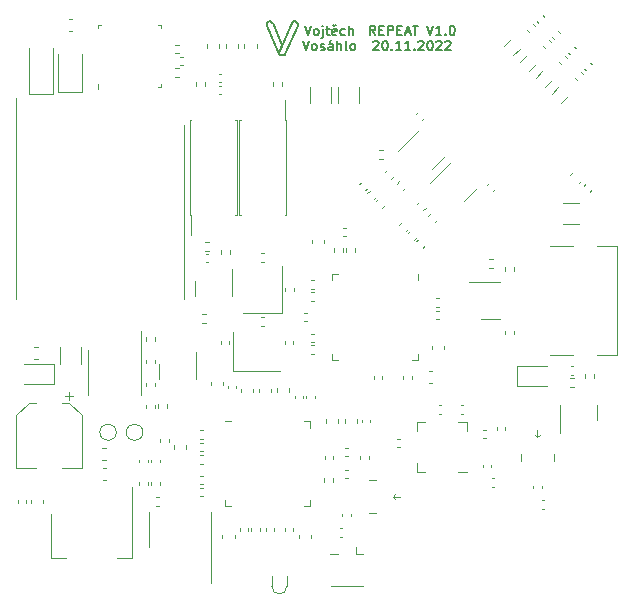
<source format=gbr>
%TF.GenerationSoftware,KiCad,Pcbnew,(6.0.9)*%
%TF.CreationDate,2022-11-20T21:59:21+01:00*%
%TF.ProjectId,repeat-hw,72657065-6174-42d6-9877-2e6b69636164,rev?*%
%TF.SameCoordinates,Original*%
%TF.FileFunction,Legend,Top*%
%TF.FilePolarity,Positive*%
%FSLAX46Y46*%
G04 Gerber Fmt 4.6, Leading zero omitted, Abs format (unit mm)*
G04 Created by KiCad (PCBNEW (6.0.9)) date 2022-11-20 21:59:21*
%MOMM*%
%LPD*%
G01*
G04 APERTURE LIST*
%ADD10C,0.172200*%
%ADD11C,0.098115*%
%ADD12C,0.150000*%
%ADD13C,0.120000*%
%ADD14C,0.100000*%
G04 APERTURE END LIST*
D10*
X152452649Y-81110222D02*
X152448406Y-81121945D01*
X152747883Y-80949678D02*
X152738660Y-80947950D01*
X152871605Y-81013162D02*
X152864523Y-81006861D01*
X153647322Y-83828423D02*
X153656216Y-83831710D01*
D11*
X155059728Y-81152014D02*
X155060337Y-81155081D01*
X152444719Y-81133837D02*
X152448397Y-81121919D01*
X152609262Y-80959126D02*
X152615537Y-80957003D01*
D10*
X153574049Y-83784797D02*
X153581477Y-83790849D01*
D11*
X153840661Y-83832798D02*
X153840661Y-83832798D01*
D10*
X153522964Y-83726274D02*
X153528453Y-83734538D01*
X153927185Y-83783775D02*
X153936581Y-83775312D01*
X155060918Y-81158201D02*
X155058394Y-81145955D01*
D11*
X152590584Y-80966512D02*
X152590584Y-80966512D01*
X154808356Y-80944326D02*
X154808355Y-80944327D01*
X153589103Y-83796564D02*
X153574049Y-83784753D01*
X154765997Y-80947184D02*
X154770652Y-80946528D01*
X153954189Y-83756880D02*
X153954189Y-83756880D01*
D10*
X153683156Y-83835147D02*
X153677131Y-83833250D01*
X153689198Y-83836890D02*
X153683156Y-83835147D01*
X153730770Y-83845996D02*
X153740374Y-83846226D01*
D11*
X155012894Y-81048255D02*
X155016150Y-81052680D01*
X155065018Y-81198750D02*
X155065068Y-81201909D01*
D10*
X152590593Y-80966538D02*
X152578438Y-80972249D01*
D11*
X154640324Y-81002789D02*
X154644010Y-80999836D01*
D10*
X154884470Y-80957032D02*
X154871862Y-80953290D01*
D11*
X152621832Y-80955049D02*
X152628145Y-80953261D01*
D10*
X154585330Y-81064831D02*
X154578570Y-81076112D01*
X154783137Y-80945221D02*
X154770649Y-80946558D01*
X154566613Y-81099988D02*
X153519800Y-83481286D01*
D11*
X155064188Y-81225694D02*
X155063745Y-81230465D01*
D10*
X155064190Y-81183065D02*
X155062853Y-81170578D01*
X153779534Y-83845417D02*
X153792021Y-83844079D01*
D11*
X154994080Y-81025977D02*
X154996242Y-81028290D01*
D10*
X153514706Y-83493712D02*
X153510292Y-83506240D01*
D11*
X153896890Y-83806086D02*
X153896890Y-83806086D01*
D10*
X152933394Y-81099987D02*
X152929162Y-81090831D01*
X152691657Y-80944369D02*
X152685316Y-80944543D01*
D11*
X154833764Y-80945983D02*
X154833764Y-80945983D01*
D10*
X153984102Y-83714526D02*
X153990348Y-83702804D01*
D11*
X154588897Y-81059329D02*
X154591651Y-81055298D01*
X152489494Y-81045148D02*
X152497459Y-81035387D01*
X154930406Y-80976847D02*
X154934732Y-80979273D01*
X152603010Y-80961417D02*
X152609262Y-80959126D01*
D10*
X153503472Y-83531515D02*
X153501050Y-83544220D01*
D11*
X154617080Y-81024260D02*
X154617080Y-81024260D01*
D10*
X154985133Y-81017009D02*
X154975697Y-81008407D01*
D11*
X154975693Y-81008366D02*
X154978097Y-81010477D01*
X154600306Y-81043592D02*
X154600306Y-81043592D01*
X153750000Y-83846057D02*
X153730760Y-83845953D01*
D10*
X152555436Y-80985255D02*
X152544603Y-80992508D01*
D11*
X153805943Y-83841818D02*
X153801322Y-83842641D01*
X154982819Y-81014780D02*
X154985134Y-81016970D01*
X154636687Y-81005812D02*
X154640324Y-81002789D01*
D10*
X152448406Y-81121945D02*
X152444728Y-81133863D01*
X152440816Y-81259126D02*
X152443894Y-81271793D01*
D11*
X155065078Y-81205072D02*
X155065047Y-81208237D01*
D10*
X153875152Y-83818446D02*
X153886162Y-83812559D01*
D11*
X152801221Y-80966815D02*
X152818028Y-80975039D01*
X152462787Y-81087420D02*
X152468675Y-81076411D01*
X154897001Y-80961408D02*
X154897001Y-80961408D01*
D10*
X155042872Y-81309351D02*
X155042872Y-81309351D01*
D11*
X155052585Y-81124856D02*
X155053523Y-81127831D01*
D10*
X153498138Y-83569659D02*
X153497633Y-83582351D01*
D11*
X153863885Y-83823744D02*
X153861030Y-83824996D01*
D10*
X153840655Y-83832836D02*
X153852377Y-83828593D01*
D11*
X155030943Y-81075713D02*
X155033599Y-81080488D01*
D10*
X155037220Y-81087447D02*
X155031332Y-81076438D01*
X153754312Y-83846265D02*
X153766957Y-83846148D01*
X153501753Y-83632437D02*
X153504277Y-83644683D01*
X154733934Y-80954123D02*
X154722016Y-80957801D01*
X152457449Y-81098715D02*
X152452649Y-81110222D01*
D11*
X152457440Y-81098689D02*
X152462787Y-81087420D01*
X155061707Y-81162782D02*
X155062420Y-81167427D01*
X155059191Y-81259079D02*
X155058115Y-81263835D01*
X155064927Y-81195595D02*
X155064927Y-81195595D01*
X152534220Y-81000205D02*
X152544594Y-80992481D01*
D10*
X154955413Y-80992510D02*
X154944581Y-80985258D01*
D11*
X153546532Y-83757689D02*
X153534219Y-83742495D01*
X155064869Y-81214577D02*
X155064723Y-81217751D01*
D10*
X152792618Y-80963189D02*
X152783885Y-80959850D01*
D11*
X154647746Y-80996955D02*
X154651528Y-80994146D01*
X155064977Y-81211406D02*
X155064869Y-81214577D01*
X153884800Y-83813272D02*
X153880691Y-83815518D01*
D10*
X152436619Y-81233698D02*
X152438394Y-81246421D01*
X153497750Y-83594996D02*
X153498481Y-83607573D01*
X155063397Y-81233696D02*
X155064533Y-81220979D01*
X152801226Y-80966841D02*
X152792618Y-80963189D01*
X153659178Y-83826624D02*
X153653242Y-83824100D01*
D11*
X155063745Y-81230465D02*
X155063212Y-81235237D01*
X153912412Y-83795484D02*
X153908599Y-83798243D01*
X153945587Y-83766315D02*
X153943372Y-83768598D01*
D10*
X153728903Y-83844623D02*
X153741620Y-83845759D01*
D11*
X154606395Y-81036120D02*
X154608479Y-81033689D01*
X154808356Y-80944326D02*
X154808356Y-80944326D01*
D10*
X154635486Y-81006862D02*
X154626090Y-81015326D01*
D11*
X154912497Y-80967871D02*
X154915549Y-80969285D01*
D10*
X154909424Y-80966540D02*
X154909424Y-80966540D01*
X153629920Y-83820887D02*
X153638554Y-83824814D01*
D11*
X155054426Y-81130817D02*
X155055293Y-81133814D01*
D10*
X153525451Y-83703191D02*
X153531339Y-83714200D01*
D11*
X152514875Y-81016981D02*
X152524310Y-81008378D01*
X154996242Y-81028290D02*
X154998374Y-81030627D01*
X155002544Y-81035372D02*
X155002544Y-81035372D01*
X152440807Y-81259099D02*
X152438385Y-81246394D01*
X154958052Y-80994347D02*
X154960659Y-80996263D01*
X152436610Y-81233672D02*
X152435474Y-81220955D01*
D10*
X154965788Y-81000233D02*
X154955413Y-80992510D01*
X153907319Y-83799197D02*
X153917424Y-83791740D01*
X152457144Y-81309354D02*
X152457144Y-81309354D01*
X153665227Y-83834672D02*
X153674344Y-83837305D01*
D11*
X155054331Y-81278056D02*
X155052883Y-81282778D01*
X153503953Y-83690609D02*
X153503953Y-83690609D01*
X154965787Y-81000181D02*
X154965787Y-81000181D01*
X153919895Y-83789751D02*
X153916177Y-83792653D01*
X154773764Y-80946135D02*
X154776880Y-80945778D01*
X155038604Y-81090194D02*
X155040951Y-81095120D01*
X154875025Y-80954121D02*
X154879755Y-80955508D01*
D10*
X152809700Y-80970801D02*
X152801226Y-80966841D01*
D11*
X152439089Y-81158175D02*
X152441613Y-81145930D01*
D10*
X152497468Y-81035413D02*
X152489503Y-81045175D01*
D11*
X153776401Y-83845615D02*
X153773259Y-83845819D01*
X155062420Y-81167427D02*
X155063050Y-81172087D01*
X154943195Y-80984339D02*
X154947333Y-80986977D01*
X154884475Y-80956989D02*
X154887615Y-80958030D01*
D10*
X154821051Y-80944879D02*
X154808359Y-80944373D01*
D11*
X153792028Y-83844037D02*
X153792028Y-83844037D01*
D10*
X153546531Y-83757733D02*
X153553063Y-83764920D01*
D11*
X155047363Y-81110174D02*
X155047363Y-81110174D01*
X153938867Y-83773075D02*
X153936578Y-83775267D01*
X153711686Y-83844434D02*
X153692854Y-83841527D01*
X155049701Y-81292189D02*
X155047967Y-81296875D01*
D10*
X152659886Y-80946818D02*
X152653526Y-80947786D01*
X152447636Y-81284401D02*
X152452050Y-81296928D01*
X154846490Y-80947790D02*
X154833768Y-80946015D01*
D11*
X155042867Y-81309309D02*
X153996063Y-83690605D01*
X154789411Y-80944735D02*
X154792558Y-80944571D01*
X154608479Y-81033689D02*
X154610590Y-81031288D01*
X153785796Y-83844781D02*
X153782671Y-83845096D01*
X153896890Y-83806086D02*
X153892901Y-83808555D01*
D10*
X153945590Y-83766359D02*
X153954193Y-83756923D01*
D11*
X152468675Y-81076411D02*
X152475094Y-81065681D01*
D10*
X153678201Y-83833606D02*
X153690809Y-83837347D01*
D11*
X154623798Y-81017493D02*
X154626088Y-81015299D01*
X153988838Y-83705732D02*
X153984911Y-83713042D01*
X154989667Y-81021424D02*
X154991888Y-81023688D01*
D10*
X153519793Y-83481284D02*
X153519793Y-83481284D01*
D11*
X153952078Y-83759284D02*
X153949941Y-83761658D01*
X154572327Y-81087807D02*
X154573839Y-81084836D01*
D10*
X152653526Y-80947786D02*
X152647170Y-80948916D01*
D11*
X153931928Y-83779561D02*
X153929567Y-83781662D01*
X152666238Y-80945984D02*
X152672599Y-80945336D01*
X154597356Y-81047429D02*
X154600306Y-81043592D01*
X154851260Y-80948582D02*
X154856024Y-80949505D01*
X153638549Y-83824769D02*
X153621428Y-83816601D01*
D10*
X153515298Y-83680416D02*
X153511055Y-83668693D01*
D11*
X155016150Y-81052680D02*
X155019308Y-81057168D01*
X154830584Y-80945638D02*
X154833764Y-80945983D01*
X154870285Y-80952828D02*
X154875025Y-80954121D01*
D10*
X153766957Y-83846148D02*
X153779534Y-83845417D01*
D11*
X154651528Y-80994146D02*
X154655357Y-80991409D01*
D10*
X152438394Y-81246421D02*
X152440816Y-81259126D01*
D11*
X155064927Y-81195595D02*
X155065018Y-81198750D01*
X152924631Y-81081891D02*
X152933400Y-81099960D01*
D10*
X153750011Y-83846099D02*
X153743932Y-83845834D01*
D11*
X155028185Y-81070992D02*
X155030943Y-81075713D01*
D10*
X153534216Y-83742539D02*
X153540245Y-83750271D01*
X153498481Y-83607573D02*
X153499818Y-83620060D01*
X152435826Y-81183067D02*
X152435094Y-81195644D01*
X154795714Y-80944490D02*
X154783137Y-80945221D01*
D11*
X153876543Y-83817689D02*
X153872359Y-83819784D01*
X154960659Y-80996263D02*
X154963237Y-80998208D01*
X152441613Y-81145930D02*
X152444719Y-81133837D01*
D10*
X152524319Y-81008405D02*
X152514884Y-81017007D01*
D11*
X154973260Y-81006279D02*
X154975693Y-81008366D01*
X152678956Y-80944847D02*
X152685306Y-80944516D01*
D10*
X154566613Y-81099988D02*
X154566613Y-81099988D01*
D11*
X154987417Y-81019185D02*
X154989667Y-81021424D01*
D10*
X153653248Y-83824098D02*
X153665673Y-83829192D01*
X153498475Y-83607571D02*
X153497743Y-83594994D01*
D11*
X155058401Y-81145908D02*
X155058401Y-81145908D01*
D10*
X153525445Y-83703191D02*
X153520098Y-83691922D01*
D11*
X154742995Y-80951710D02*
X154747556Y-80950640D01*
D10*
X153499812Y-83620059D02*
X153498475Y-83607571D01*
X152609271Y-80959152D02*
X152603019Y-80961444D01*
X152505931Y-81026017D02*
X152497468Y-81035413D01*
D11*
X154600306Y-81043592D02*
X154602308Y-81041071D01*
X152438385Y-81246394D02*
X152436610Y-81233672D01*
X154614891Y-81026573D02*
X154617080Y-81024260D01*
D10*
X155051610Y-81121945D02*
X155047367Y-81110222D01*
X154975697Y-81008407D02*
X154965788Y-81000233D01*
D11*
X154808355Y-80944327D02*
X154811525Y-80944394D01*
D10*
X152489503Y-81045175D02*
X152482046Y-81055280D01*
D11*
X152659877Y-80946791D02*
X152666238Y-80945984D01*
X155047967Y-81296875D02*
X155047967Y-81296875D01*
X153512854Y-83708926D02*
X153503953Y-83690609D01*
D10*
X153503949Y-83690651D02*
X153503949Y-83690651D01*
X152468684Y-81076437D02*
X152462796Y-81087447D01*
D11*
X153604921Y-83807190D02*
X153589103Y-83796564D01*
X155064540Y-81220927D02*
X155064188Y-81225694D01*
X154890749Y-80959114D02*
X154893878Y-80960240D01*
D10*
X155047367Y-81110222D02*
X155042567Y-81098716D01*
D11*
X155057679Y-81142870D02*
X155058401Y-81145908D01*
X155055686Y-81273324D02*
X155054331Y-81278056D01*
X154991888Y-81023688D02*
X154994080Y-81025977D01*
X155064723Y-81217751D02*
X155064540Y-81220927D01*
D10*
X154665780Y-80984498D02*
X154655352Y-80991440D01*
X154572324Y-81087834D02*
X154566613Y-81099988D01*
D11*
X154698788Y-80966820D02*
X154707399Y-80963166D01*
D10*
X153501050Y-83544220D02*
X153499275Y-83556941D01*
D11*
X154903224Y-80963865D02*
X154906324Y-80965157D01*
X153949941Y-83761658D02*
X153947777Y-83764001D01*
D10*
X153497626Y-83582349D02*
X153498132Y-83569657D01*
D11*
X152691647Y-80944342D02*
X152691647Y-80944342D01*
D10*
X154698787Y-80966844D02*
X154687519Y-80972191D01*
X154626090Y-81015326D02*
X154617081Y-81024279D01*
D11*
X153971942Y-83733933D02*
X153967241Y-83740544D01*
X152914683Y-81064803D02*
X152924631Y-81081891D01*
X154575383Y-81081892D02*
X154576961Y-81078975D01*
X154733942Y-80954094D02*
X154733942Y-80954094D01*
X155059191Y-81259079D02*
X155059191Y-81259079D01*
X153773259Y-83845819D02*
X153770112Y-83845986D01*
D10*
X154687519Y-80972191D02*
X154676509Y-80978079D01*
X152666248Y-80946011D02*
X152659886Y-80946818D01*
D11*
X155059084Y-81148956D02*
X155059728Y-81152014D01*
D10*
X153653242Y-83824100D02*
X153641087Y-83818389D01*
X153499268Y-83556939D02*
X153501043Y-83544217D01*
D11*
X153980783Y-83720180D02*
X153976458Y-83727145D01*
D10*
X152590593Y-80966538D02*
X152590593Y-80966538D01*
X154676509Y-80978079D02*
X154665780Y-80984498D01*
D11*
X153843611Y-83831789D02*
X153840661Y-83832798D01*
D10*
X152903621Y-81048752D02*
X152897700Y-81041101D01*
D11*
X155064058Y-81181452D02*
X155064434Y-81186155D01*
X152783878Y-80959823D02*
X152801221Y-80966815D01*
X153754310Y-83846236D02*
X153754310Y-83846236D01*
X153840661Y-83832798D02*
X153837699Y-83833770D01*
X154814699Y-80944503D02*
X154817875Y-80944652D01*
X155063212Y-81235237D02*
X155062589Y-81240010D01*
X154994080Y-81025977D02*
X154994080Y-81025977D01*
D10*
X154808359Y-80944373D02*
X154795714Y-80944490D01*
X153568580Y-83764621D02*
X153560117Y-83755225D01*
D11*
X154663141Y-80986165D02*
X154665775Y-80984479D01*
D10*
X153501747Y-83632436D02*
X153499812Y-83620059D01*
X153641093Y-83818386D02*
X153653248Y-83824098D01*
X153750011Y-82957595D02*
X153750011Y-82957595D01*
X152640821Y-80950209D02*
X152634481Y-80951666D01*
D11*
X153754310Y-83846236D02*
X153750000Y-83846057D01*
X154975693Y-81008366D02*
X154975693Y-81008366D01*
D10*
X154608479Y-81033714D02*
X154600305Y-81043624D01*
D11*
X154665775Y-80984479D02*
X154673796Y-80979615D01*
D10*
X152435094Y-81195644D02*
X152434977Y-81208289D01*
D11*
X155025326Y-81066326D02*
X155028185Y-81070992D01*
D10*
X153537752Y-83724930D02*
X153531333Y-83714201D01*
X153641087Y-83818389D02*
X153629366Y-83812142D01*
X153977342Y-83725807D02*
X153984102Y-83714526D01*
X153896891Y-83806140D02*
X153907319Y-83799197D01*
D11*
X153828739Y-83836472D02*
X153828739Y-83836472D01*
X154980473Y-81012615D02*
X154982819Y-81014780D01*
D10*
X153515304Y-83680416D02*
X153520104Y-83691922D01*
D11*
X155055293Y-81133814D02*
X155056124Y-81136822D01*
X154629567Y-81012067D02*
X154633101Y-81008905D01*
X154865538Y-80951627D02*
X154870285Y-80952828D01*
D10*
X153852377Y-83828593D02*
X153863884Y-83823794D01*
X155058394Y-81145955D02*
X155055288Y-81133863D01*
D11*
X154821052Y-80944837D02*
X154824229Y-80945062D01*
X155047967Y-81296875D02*
X155046757Y-81299994D01*
X155065047Y-81208237D02*
X155064977Y-81211406D01*
D10*
X154722016Y-80957801D02*
X154710293Y-80962044D01*
D11*
X155062589Y-81240010D02*
X155061875Y-81244782D01*
D10*
X152766080Y-80954119D02*
X152757026Y-80951736D01*
D11*
X154665775Y-80984479D02*
X154665775Y-80984479D01*
X153954189Y-83756880D02*
X153952078Y-83759284D01*
X152505922Y-81025991D02*
X152514875Y-81016981D01*
D10*
X152475103Y-81065708D02*
X152468684Y-81076437D01*
D11*
X154569405Y-81093830D02*
X154570849Y-81090805D01*
X153849471Y-83829664D02*
X153846547Y-83830744D01*
X154681977Y-80975048D02*
X154690311Y-80970781D01*
X155064724Y-81190869D02*
X155064927Y-81195595D01*
X152729357Y-80946528D02*
X152747875Y-80949652D01*
X155063596Y-81176763D02*
X155064058Y-81181452D01*
D10*
X152566717Y-80978495D02*
X152555436Y-80985255D01*
D11*
X152443885Y-81271767D02*
X152440807Y-81259099D01*
D10*
X152534229Y-81000231D02*
X152524319Y-81008405D01*
D11*
X154578571Y-81076086D02*
X154581047Y-81071803D01*
X153960357Y-83749495D02*
X153958329Y-83751986D01*
D10*
X153499818Y-83620060D02*
X153501753Y-83632437D01*
X153621431Y-83816646D02*
X153629920Y-83820887D01*
X154578570Y-81076112D02*
X154572324Y-81087834D01*
X153962366Y-83747014D02*
X153970090Y-83736639D01*
D11*
X154786269Y-80944938D02*
X154789411Y-80944735D01*
X153750002Y-82957568D02*
X153750002Y-82957568D01*
D10*
X153725664Y-83844178D02*
X153719572Y-83843335D01*
X153586968Y-83782233D02*
X153577533Y-83773631D01*
X153695254Y-83838480D02*
X153689198Y-83836890D01*
X153613096Y-83812093D02*
X153621431Y-83816646D01*
D11*
X154817875Y-80944652D02*
X154821052Y-80944837D01*
X152933400Y-81099960D02*
X153750002Y-82957568D01*
X153522968Y-83726231D02*
X153512854Y-83708926D01*
D10*
X155010513Y-81045176D02*
X155002549Y-81035415D01*
X152544603Y-80992508D02*
X152534229Y-81000231D01*
D11*
X154594471Y-81051331D02*
X154597356Y-81047429D01*
D10*
X152514884Y-81017007D02*
X152505931Y-81026017D01*
D11*
X155002544Y-81035372D02*
X155006090Y-81039599D01*
X154633101Y-81008905D02*
X154636687Y-81005812D01*
X155056947Y-81268583D02*
X155055686Y-81273324D01*
D10*
X154933300Y-80978498D02*
X154921578Y-80972252D01*
X153498132Y-83569657D02*
X153499268Y-83556939D01*
D11*
X154921573Y-80972213D02*
X154926020Y-80974493D01*
D10*
X152826212Y-80979632D02*
X152818032Y-80975066D01*
X153743932Y-83845834D02*
X153737846Y-83845426D01*
X152909283Y-81056663D02*
X152903621Y-81048752D01*
D11*
X153956273Y-83754447D02*
X153954189Y-83756880D01*
D10*
X153863884Y-83823794D02*
X153875152Y-83818446D01*
X155002549Y-81035415D02*
X154994086Y-81026019D01*
X153506550Y-83518847D02*
X153503472Y-83531515D01*
D11*
X152647161Y-80948890D02*
X152653517Y-80947760D01*
X154578571Y-81076086D02*
X154578571Y-81076086D01*
D10*
X153629366Y-83812142D02*
X153618084Y-83805383D01*
D11*
X154573839Y-81084836D02*
X154575383Y-81081892D01*
D10*
X153540245Y-83750271D02*
X153546531Y-83757733D01*
X153740374Y-83846226D02*
X153750011Y-83846099D01*
X153737846Y-83845426D02*
X153731756Y-83844875D01*
D11*
X152747875Y-80949652D02*
X152766073Y-80954093D01*
X154836946Y-80946364D02*
X154840129Y-80946785D01*
X152497459Y-81035387D02*
X152505922Y-81025991D01*
X154660527Y-80987880D02*
X154663141Y-80986165D01*
D10*
X153520098Y-83691922D02*
X153515298Y-83680416D01*
D11*
X155064540Y-81220927D02*
X155064540Y-81220927D01*
D10*
X153792021Y-83844079D02*
X153804399Y-83842145D01*
X155061621Y-81246418D02*
X155063397Y-81233696D01*
D11*
X152653517Y-80947760D02*
X152659877Y-80946791D01*
X152891533Y-81033687D02*
X152903626Y-81048726D01*
X154604338Y-81038581D02*
X154606395Y-81036120D01*
D10*
X153552158Y-83745462D02*
X153560122Y-83755223D01*
X153607258Y-83798128D02*
X153618090Y-83805380D01*
X153674344Y-83837305D02*
X153683559Y-83839606D01*
D11*
X154673796Y-80979615D02*
X154681977Y-80975048D01*
X155006090Y-81039599D02*
X155009541Y-81043894D01*
D10*
X154655352Y-80991440D02*
X154645247Y-80998898D01*
X153504271Y-83644682D02*
X153501747Y-83632436D01*
X154994086Y-81026019D02*
X154985133Y-81017009D01*
X154746027Y-80951018D02*
X154733934Y-80954123D01*
D11*
X153796684Y-83843381D02*
X153792028Y-83844037D01*
D10*
X152621841Y-80955075D02*
X152615546Y-80957030D01*
D11*
X153831737Y-83835605D02*
X153828739Y-83836472D01*
D10*
X152615546Y-80957030D02*
X152609271Y-80959152D01*
D11*
X153908599Y-83798243D02*
X153904740Y-83800930D01*
D10*
X152434977Y-81208289D02*
X152435483Y-81220981D01*
X152729366Y-80946554D02*
X152720010Y-80945495D01*
X155065038Y-81208287D02*
X155064921Y-81195642D01*
X152437163Y-81170579D02*
X152435826Y-81183067D01*
X153528453Y-83734538D02*
X153534216Y-83742539D01*
D11*
X153559834Y-83771785D02*
X153546532Y-83757689D01*
D10*
X153653242Y-83824100D02*
X153653242Y-83824100D01*
X155017971Y-81055281D02*
X155010513Y-81045176D01*
D11*
X153782671Y-83845096D02*
X153779539Y-83845374D01*
D10*
X153544695Y-83735358D02*
X153537752Y-83724930D01*
D11*
X153992557Y-83698252D02*
X153988838Y-83705732D01*
X152448397Y-81121919D02*
X152452640Y-81110196D01*
X154770652Y-80946528D02*
X154770652Y-80946528D01*
D10*
X153828736Y-83836515D02*
X153840655Y-83832836D01*
X153719572Y-83843335D02*
X153713483Y-83842345D01*
D11*
X152434968Y-81208263D02*
X152435085Y-81195617D01*
D10*
X154859195Y-80950212D02*
X154846490Y-80947790D01*
X152897700Y-81041101D02*
X152891529Y-81033713D01*
D11*
X153855278Y-83827399D02*
X153852381Y-83828549D01*
D10*
X153954193Y-83756923D02*
X153962366Y-83747014D01*
D11*
X152878475Y-81019714D02*
X152891533Y-81033687D01*
D10*
X152775036Y-80956825D02*
X152766080Y-80954119D01*
D11*
X153900837Y-83803544D02*
X153896890Y-83806086D01*
D10*
X153804399Y-83842145D02*
X153816644Y-83839620D01*
D11*
X152691647Y-80944342D02*
X152710591Y-80944749D01*
X154909419Y-80966493D02*
X154909419Y-80966493D01*
D10*
X153596878Y-83790407D02*
X153586968Y-83782233D01*
D11*
X152524310Y-81008378D02*
X152534220Y-81000205D01*
D10*
X155064921Y-81195642D02*
X155064190Y-81183065D01*
D11*
X153763804Y-83846207D02*
X153760642Y-83846255D01*
D10*
X152678965Y-80944874D02*
X152672608Y-80945363D01*
D11*
X154968308Y-81002185D02*
X154970798Y-81004218D01*
D10*
X153589104Y-83796608D02*
X153596923Y-83802071D01*
X153936581Y-83775312D02*
X153945590Y-83766359D01*
D11*
X154581047Y-81071803D02*
X154583594Y-81067583D01*
D10*
X153716181Y-83842848D02*
X153728903Y-83844623D01*
D11*
X155056920Y-81139841D02*
X155057679Y-81142870D01*
D10*
X154871862Y-80953290D02*
X154859195Y-80950212D01*
D11*
X154802026Y-80944307D02*
X154805189Y-80944297D01*
X154783133Y-80945178D02*
X154783133Y-80945178D01*
D10*
X152891529Y-81033713D02*
X152885117Y-81026592D01*
D11*
X154738457Y-80952861D02*
X154742995Y-80951710D01*
X154998374Y-81030627D02*
X155000475Y-81032987D01*
D10*
X153692862Y-83841571D02*
X153702244Y-83843196D01*
D11*
X152710591Y-80944749D02*
X152729357Y-80946528D01*
D10*
X152672608Y-80945363D02*
X152666248Y-80946011D01*
D11*
X154776880Y-80945778D02*
X154780002Y-80945458D01*
D10*
X153497743Y-83594994D02*
X153497626Y-83582349D01*
D11*
X154906324Y-80965157D02*
X154909419Y-80966493D01*
X153936578Y-83775267D02*
X153934265Y-83777430D01*
D10*
X152710600Y-80944775D02*
X152701147Y-80944398D01*
D11*
X154657933Y-80989627D02*
X154660527Y-80987880D01*
X154955416Y-80992460D02*
X154958052Y-80994347D01*
X155044205Y-81306212D02*
X155042867Y-81309309D01*
X154918574Y-80970733D02*
X154921573Y-80972213D01*
X154827406Y-80945330D02*
X154830584Y-80945638D01*
X153962359Y-83746974D02*
X153960357Y-83749495D01*
X154724985Y-80956800D02*
X154733942Y-80954094D01*
X154985134Y-81016970D02*
X154987417Y-81019185D01*
D10*
X155059199Y-81259123D02*
X155061621Y-81246418D01*
X155064533Y-81220979D02*
X155065038Y-81208287D01*
D11*
X153692854Y-83841527D02*
X153674337Y-83837261D01*
D10*
X152757026Y-80951736D02*
X152747883Y-80949678D01*
X154833768Y-80946015D02*
X154821051Y-80944879D01*
D11*
X152447627Y-81284375D02*
X152443885Y-81271767D01*
D10*
X153560117Y-83755225D02*
X153552152Y-83745463D01*
X153656216Y-83831710D02*
X153665227Y-83834672D01*
D11*
X152555426Y-80985229D02*
X152566708Y-80978469D01*
X154733942Y-80954094D02*
X154738457Y-80952861D01*
X153760642Y-83846255D02*
X153757477Y-83846264D01*
X154884475Y-80956989D02*
X154884475Y-80956989D01*
X154856024Y-80949505D02*
X154860784Y-80950520D01*
X152435085Y-81195617D02*
X152435817Y-81183040D01*
X154900116Y-80962616D02*
X154903224Y-80963865D01*
X153892901Y-83808555D02*
X153888871Y-83810951D01*
D10*
X154944581Y-80985258D02*
X154933300Y-80978498D01*
D11*
X153824224Y-83837704D02*
X153819686Y-83838855D01*
D10*
X153497633Y-83582351D02*
X153497750Y-83594996D01*
X152457144Y-81309354D02*
X153503949Y-83690651D01*
D11*
X154792558Y-80944571D02*
X154795710Y-80944444D01*
X155052883Y-81282778D02*
X155051340Y-81287489D01*
X153929567Y-83781662D02*
X153927183Y-83783732D01*
D10*
X153713483Y-83842345D02*
X153707399Y-83841207D01*
D11*
X153621428Y-83816601D02*
X153604921Y-83807190D01*
D10*
X152842081Y-80989654D02*
X152834231Y-80984496D01*
X152578438Y-80972249D02*
X152566717Y-80978495D01*
D11*
X154576961Y-81078975D02*
X154578571Y-81076086D01*
X153880691Y-83815518D02*
X153876543Y-83817689D01*
X153943372Y-83768598D02*
X153941132Y-83770852D01*
D10*
X153638554Y-83824814D02*
X153647322Y-83828423D01*
D11*
X153934265Y-83777430D02*
X153931928Y-83779561D01*
X154747556Y-80950640D02*
X154752137Y-80949652D01*
X153852381Y-83828549D02*
X153849471Y-83829664D01*
D10*
X154645247Y-80998898D02*
X154635486Y-81006862D01*
D11*
X154887615Y-80958030D02*
X154890749Y-80959114D01*
X155019308Y-81057168D02*
X155022366Y-81061718D01*
X153868139Y-83821803D02*
X153863885Y-83823744D01*
X154644010Y-80999836D02*
X154647746Y-80996955D01*
D10*
X153559833Y-83771829D02*
X153566832Y-83778456D01*
D11*
X154963237Y-80998208D02*
X154965787Y-81000181D01*
X152766073Y-80954093D02*
X152783878Y-80959823D01*
X154619295Y-81021975D02*
X154621534Y-81019719D01*
X152818028Y-80975039D02*
X152834229Y-80984469D01*
D10*
X153665673Y-83829192D02*
X153678201Y-83833606D01*
D11*
X155047363Y-81110174D02*
X155048478Y-81113085D01*
X154955416Y-80992460D02*
X154955416Y-80992460D01*
D10*
X154617081Y-81024279D02*
X154608479Y-81033714D01*
D11*
X153996063Y-83690605D02*
X153992557Y-83698252D01*
D10*
X153604923Y-83807234D02*
X153613096Y-83812093D01*
D11*
X154602308Y-81041071D02*
X154604338Y-81038581D01*
X152437154Y-81170553D02*
X152439089Y-81158175D01*
D10*
X153816644Y-83839620D02*
X153828736Y-83836515D01*
D11*
X153888871Y-83810951D02*
X153884800Y-83813272D01*
X154752137Y-80949652D02*
X154756739Y-80948746D01*
X154978097Y-81010477D02*
X154980473Y-81012615D01*
X153750002Y-82957568D02*
X154566618Y-81099960D01*
D10*
X152462796Y-81087447D02*
X152457449Y-81098715D01*
D11*
X155061071Y-81249552D02*
X155060177Y-81254318D01*
X155065068Y-81201909D02*
X155065078Y-81205072D01*
D10*
X154592582Y-81053998D02*
X154585330Y-81064831D01*
D11*
X152578429Y-80972223D02*
X152590584Y-80966512D01*
D10*
X152720010Y-80945495D02*
X152710600Y-80944775D01*
D11*
X152435817Y-81183040D02*
X152437154Y-81170553D01*
D10*
X152439098Y-81158202D02*
X152437163Y-81170579D01*
D11*
X154840129Y-80946785D02*
X154843312Y-80947247D01*
D10*
X155056121Y-81271790D02*
X155059199Y-81259123D01*
X153511061Y-83668693D02*
X153515304Y-83680416D01*
X154710293Y-80962044D02*
X154698787Y-80966844D01*
D11*
X154566618Y-81099960D02*
X154567995Y-81096882D01*
X154617080Y-81024260D02*
X154619295Y-81021975D01*
D10*
X153503949Y-83690651D02*
X153508243Y-83699935D01*
D11*
X155058115Y-81263835D02*
X155056947Y-81268583D01*
X154798866Y-80944356D02*
X154802026Y-80944307D01*
D10*
X154921578Y-80972252D02*
X154909424Y-80966540D01*
D11*
X154655357Y-80991409D02*
X154655357Y-80991409D01*
X155050601Y-81118945D02*
X155051611Y-81121894D01*
D10*
X152885117Y-81026592D02*
X152878473Y-81019740D01*
X152603019Y-80961444D02*
X152596792Y-80963905D01*
D11*
X153984911Y-83713042D02*
X153980783Y-83720180D01*
X153819686Y-83838855D02*
X153815126Y-83839925D01*
X155058401Y-81145908D02*
X155059084Y-81148956D01*
X154612727Y-81028916D02*
X154614891Y-81026573D01*
X152452640Y-81110196D02*
X152457440Y-81098689D01*
D10*
X153553063Y-83764920D02*
X153559833Y-83771829D01*
X153917424Y-83791740D02*
X153927185Y-83783775D01*
X153568585Y-83764619D02*
X153577539Y-83773629D01*
X153731756Y-83844875D02*
X153725664Y-83844178D01*
D11*
X153858161Y-83826215D02*
X153855278Y-83827399D01*
X154626088Y-81015299D02*
X154626088Y-81015299D01*
D10*
X155047966Y-81296926D02*
X155052379Y-81284398D01*
D11*
X152903626Y-81048726D02*
X152914683Y-81064803D01*
X154843312Y-80947247D02*
X154846492Y-80947750D01*
X154567995Y-81096882D02*
X154569405Y-81093830D01*
D10*
X153517760Y-83717750D02*
X153522964Y-83726274D01*
D11*
X153757477Y-83846264D02*
X153754310Y-83846236D01*
D10*
X154909424Y-80966540D02*
X154909424Y-80966540D01*
D11*
X152640812Y-80950183D02*
X152647161Y-80948890D01*
D10*
X153514699Y-83493710D02*
X153519793Y-83481284D01*
X153596883Y-83790405D02*
X153607258Y-83798128D01*
X152443894Y-81271793D02*
X152447636Y-81284401D01*
X153519793Y-83481284D02*
X153750011Y-82957595D01*
X152857236Y-81000840D02*
X152849752Y-80995103D01*
D11*
X152615537Y-80957003D02*
X152621832Y-80955049D01*
X155049557Y-81116008D02*
X155050601Y-81118945D01*
D10*
X152933394Y-81099987D02*
X152933394Y-81099987D01*
D11*
X154909419Y-80966493D02*
X154912497Y-80967871D01*
D10*
X152864523Y-81006861D02*
X152857236Y-81000840D01*
X152628154Y-80953288D02*
X152621841Y-80955075D01*
X154770649Y-80946558D02*
X154758272Y-80948493D01*
D11*
X154811525Y-80944394D02*
X154814699Y-80944503D01*
X155063050Y-81172087D02*
X155063596Y-81176763D01*
D10*
X153618090Y-83805380D02*
X153629371Y-83812140D01*
X153519800Y-83481286D02*
X153514706Y-83493712D01*
X152452050Y-81296928D02*
X152457144Y-81309354D01*
X153721207Y-83845412D02*
X153730770Y-83845996D01*
X153702244Y-83843196D02*
X153711695Y-83844477D01*
X153507383Y-83656775D02*
X153511061Y-83668693D01*
X152929162Y-81090831D02*
X152924625Y-81081917D01*
D11*
X155048478Y-81113085D02*
X155049557Y-81116008D01*
D10*
X152701147Y-80944398D02*
X152691657Y-80944369D01*
D11*
X154583594Y-81067583D02*
X154586211Y-81063424D01*
D10*
X153607252Y-83798130D02*
X153596878Y-83790407D01*
X153671125Y-83831198D02*
X153665139Y-83828989D01*
D11*
X155033599Y-81080488D02*
X155036153Y-81085316D01*
X152452040Y-81296902D02*
X152447627Y-81284375D01*
D10*
X155055288Y-81133863D02*
X155051610Y-81121945D01*
D11*
X155045502Y-81303106D02*
X155044205Y-81306212D01*
D10*
X152441622Y-81145956D02*
X152439098Y-81158202D01*
D11*
X153828739Y-83836472D02*
X153824224Y-83837704D01*
D10*
X153618084Y-83805383D02*
X153607252Y-83798130D01*
X153531339Y-83714200D02*
X153537758Y-83724929D01*
X154909424Y-80966540D02*
X154896998Y-80961446D01*
D11*
X152566708Y-80978469D02*
X152578429Y-80972223D01*
D10*
X153653248Y-83824098D02*
X153653248Y-83824098D01*
D11*
X154821052Y-80944837D02*
X154821052Y-80944837D01*
D10*
X153996059Y-83690650D02*
X155042872Y-81309351D01*
D11*
X153766960Y-83846116D02*
X153766960Y-83846116D01*
X153861030Y-83824996D02*
X153858161Y-83826215D01*
X152685306Y-80944516D02*
X152691647Y-80944342D01*
X154879755Y-80955508D02*
X154884475Y-80956989D01*
X154934732Y-80979273D02*
X154938995Y-80981771D01*
D10*
X153750011Y-83846099D02*
X153750011Y-83846099D01*
D11*
X154860784Y-80950520D02*
X154865538Y-80951627D01*
D10*
X153508243Y-83699935D02*
X153512850Y-83708969D01*
D11*
X154570849Y-81090805D02*
X154572327Y-81087807D01*
X155051611Y-81121894D02*
X155051611Y-81121894D01*
D10*
X153711695Y-83844477D02*
X153721207Y-83845412D01*
D11*
X153976458Y-83727145D02*
X153971942Y-83733933D01*
X155051611Y-81121894D02*
X155052585Y-81124856D01*
X153766960Y-83846116D02*
X153763804Y-83846207D01*
X153815126Y-83839925D02*
X153810544Y-83840912D01*
X154626088Y-81015299D02*
X154629567Y-81012067D01*
X154707399Y-80963166D02*
X154716135Y-80959825D01*
D10*
X153577539Y-83773629D02*
X153586974Y-83782231D01*
X153886162Y-83812559D02*
X153896891Y-83806140D01*
D11*
X154770652Y-80946528D02*
X154773764Y-80946135D01*
X154586211Y-81063424D02*
X154588897Y-81059329D01*
D10*
X153510285Y-83506237D02*
X153514699Y-83493710D01*
X153586974Y-83782231D02*
X153596883Y-83790405D01*
X152924625Y-81081917D02*
X152919794Y-81073249D01*
D11*
X154921573Y-80972213D02*
X154921573Y-80972213D01*
D10*
X152818032Y-80975066D02*
X152809700Y-80970801D01*
X153499275Y-83556941D02*
X153498138Y-83569659D01*
D11*
X155040951Y-81095120D02*
X155043194Y-81100093D01*
X154970798Y-81004218D02*
X154973260Y-81006279D01*
X153574049Y-83784753D02*
X153559834Y-83771785D01*
D10*
X155024913Y-81065709D02*
X155017971Y-81055281D01*
D11*
X153936578Y-83775267D02*
X153936578Y-83775267D01*
X155036153Y-81085316D02*
X155038604Y-81090194D01*
D10*
X153531333Y-83714201D02*
X153525445Y-83703191D01*
D11*
X154621534Y-81019719D02*
X154623798Y-81017493D01*
D10*
X155052379Y-81284398D02*
X155056121Y-81271790D01*
X152914677Y-81064830D02*
X152909283Y-81056663D01*
X152849752Y-80995103D02*
X152842081Y-80989654D01*
D11*
X152628145Y-80953261D02*
X152634472Y-80951639D01*
D10*
X155031332Y-81076438D02*
X155024913Y-81065709D01*
X153741620Y-83845759D02*
X153754312Y-83846265D01*
X153504277Y-83644683D02*
X153507383Y-83656775D01*
X154896998Y-80961446D02*
X154884470Y-80957032D01*
X153581477Y-83790849D02*
X153589104Y-83796608D01*
X152783885Y-80959850D02*
X152775036Y-80956825D01*
D11*
X153923564Y-83786777D02*
X153919895Y-83789751D01*
D10*
X152647170Y-80948916D02*
X152640821Y-80950209D01*
X152691657Y-80944369D02*
X152691657Y-80944369D01*
D11*
X153927183Y-83783732D02*
X153927183Y-83783732D01*
D10*
X152691657Y-80944369D02*
X152691657Y-80944369D01*
D11*
X153916177Y-83792653D02*
X153912412Y-83795484D01*
X152672599Y-80945336D02*
X152678956Y-80944847D01*
X155060912Y-81158155D02*
X155060912Y-81158155D01*
X154716135Y-80959825D02*
X154724985Y-80956800D01*
X152864524Y-81006834D02*
X152878475Y-81019714D01*
X153810544Y-83840912D02*
X153805943Y-83841818D01*
X155056124Y-81136822D02*
X155056920Y-81139841D01*
D10*
X153970090Y-83736639D02*
X153977342Y-83725807D01*
D11*
X155000475Y-81032987D02*
X155002544Y-81035372D01*
X155009541Y-81043894D02*
X155012894Y-81048255D01*
X152457134Y-81309328D02*
X152457134Y-81309328D01*
X153534219Y-83742495D02*
X153522968Y-83726231D01*
D10*
X153519800Y-83481286D02*
X153519800Y-83481286D01*
D11*
X154951406Y-80989685D02*
X154955416Y-80992460D01*
D10*
X154758272Y-80948493D02*
X154746027Y-80951018D01*
D11*
X154756739Y-80948746D02*
X154761359Y-80947923D01*
X154783133Y-80945178D02*
X154786269Y-80944938D01*
X153792028Y-83844037D02*
X153788916Y-83844428D01*
X155046757Y-81299994D02*
X155045502Y-81303106D01*
X155060337Y-81155081D02*
X155060912Y-81158155D01*
X155042867Y-81309309D02*
X155042867Y-81309309D01*
D10*
X153501043Y-83544217D02*
X153503465Y-83531512D01*
D11*
X153779539Y-83845374D02*
X153776401Y-83845615D01*
D10*
X153750011Y-82957595D02*
X152933394Y-81099987D01*
D11*
X153770112Y-83845986D02*
X153766960Y-83846116D01*
X154965787Y-81000181D02*
X154968308Y-81002185D01*
X152634472Y-80951639D02*
X152640812Y-80950183D01*
X155064434Y-81186155D02*
X155064724Y-81190869D01*
X153730760Y-83845953D02*
X153711686Y-83844434D01*
D10*
X153511055Y-83668693D02*
X153507377Y-83656774D01*
X152919794Y-81073249D02*
X152914677Y-81064830D01*
D11*
X153958329Y-83751986D02*
X153956273Y-83754447D01*
D10*
X152878473Y-81019740D02*
X152871605Y-81013162D01*
D11*
X153750000Y-83846057D02*
X153750000Y-83846057D01*
D10*
X153510292Y-83506240D02*
X153506550Y-83518847D01*
D11*
X152933400Y-81099960D02*
X152933400Y-81099960D01*
X153801322Y-83842641D02*
X153796684Y-83843381D01*
D10*
X152834231Y-80984496D02*
X152826212Y-80979632D01*
D11*
X153962359Y-83746974D02*
X153962359Y-83746974D01*
X152482037Y-81055253D02*
X152489494Y-81045148D01*
D10*
X155042567Y-81098716D02*
X155037220Y-81087447D01*
D11*
X154926020Y-80974493D02*
X154930406Y-80976847D01*
X152590584Y-80966512D02*
X152596783Y-80963879D01*
D10*
X155062853Y-81170578D02*
X155060918Y-81158201D01*
D11*
X154566618Y-81099960D02*
X154566618Y-81099960D01*
D10*
X152634481Y-80951666D02*
X152628154Y-80953288D01*
D11*
X152596783Y-80963879D02*
X152603010Y-80961417D01*
D10*
X153566832Y-83778456D02*
X153574049Y-83784797D01*
D11*
X154805189Y-80944297D02*
X154808356Y-80944326D01*
D10*
X153707399Y-83841207D02*
X153701321Y-83839919D01*
X153577533Y-83773631D02*
X153568580Y-83764621D01*
D11*
X154897001Y-80961408D02*
X154900116Y-80962616D01*
X154938995Y-80981771D02*
X154943195Y-80984339D01*
X153834724Y-83834705D02*
X153831737Y-83835605D01*
X155043194Y-81100093D02*
X155045332Y-81105112D01*
X153967241Y-83740544D02*
X153962359Y-83746974D01*
X153872359Y-83819784D02*
X153868139Y-83821803D01*
X153927183Y-83783732D02*
X153923564Y-83786777D01*
D10*
X152482046Y-81055280D02*
X152475103Y-81065708D01*
D11*
X153863885Y-83823744D02*
X153863885Y-83823744D01*
X154591651Y-81055298D02*
X154594471Y-81051331D01*
X155051340Y-81287489D02*
X155049701Y-81292189D01*
X153947777Y-83764001D02*
X153945587Y-83766315D01*
X154893878Y-80960240D02*
X154897001Y-80961408D01*
X155061875Y-81244782D02*
X155061071Y-81249552D01*
X153846547Y-83830744D02*
X153843611Y-83831789D01*
D10*
X153537758Y-83724929D02*
X153544700Y-83735357D01*
X155042872Y-81309351D02*
X155047966Y-81296926D01*
X153552152Y-83745463D02*
X153544695Y-83735358D01*
D11*
X154915549Y-80969285D02*
X154918574Y-80970733D01*
X153837699Y-83833770D02*
X153834724Y-83834705D01*
D10*
X153512850Y-83708969D02*
X153517760Y-83717750D01*
X153701321Y-83839919D02*
X153695254Y-83838480D01*
X153665139Y-83828989D02*
X153659178Y-83826624D01*
D11*
X152849751Y-80995077D02*
X152864524Y-81006834D01*
X154985134Y-81016970D02*
X154985134Y-81016970D01*
X153674337Y-83837261D02*
X153656210Y-83831666D01*
D10*
X153560122Y-83755223D02*
X153568585Y-83764619D01*
D11*
X152457134Y-81309328D02*
X152452040Y-81296902D01*
X154824229Y-80945062D02*
X154827406Y-80945330D01*
D10*
X153703476Y-83840425D02*
X153716181Y-83842848D01*
X153507377Y-83656774D02*
X153504271Y-83644682D01*
D11*
X154846492Y-80947750D02*
X154851260Y-80948582D01*
D10*
X153520104Y-83691922D02*
X153525451Y-83703191D01*
X153990348Y-83702804D02*
X153996059Y-83690650D01*
D11*
X154780002Y-80945458D02*
X154783133Y-80945178D01*
X155045332Y-81105112D02*
X155047363Y-81110174D01*
D10*
X153690809Y-83837347D02*
X153703476Y-83840425D01*
X152435483Y-81220981D02*
X152436619Y-81233698D01*
D11*
X153788916Y-83844428D02*
X153785796Y-83844781D01*
X154947333Y-80986977D02*
X154951406Y-80989685D01*
X153656210Y-83831666D02*
X153638549Y-83824769D01*
D10*
X153544700Y-83735357D02*
X153552158Y-83745462D01*
D11*
X154690311Y-80970781D02*
X154698788Y-80966820D01*
D10*
X153996059Y-83690650D02*
X153996059Y-83690650D01*
D11*
X154655357Y-80991409D02*
X154657933Y-80989627D01*
X152544594Y-80992481D02*
X152555426Y-80985229D01*
X155053523Y-81127831D02*
X155054426Y-81130817D01*
X154761359Y-80947923D02*
X154765997Y-80947184D01*
X154846492Y-80947750D02*
X154846492Y-80947750D01*
X152834229Y-80984469D02*
X152849751Y-80995077D01*
X152475094Y-81065681D02*
X152482037Y-81055253D01*
X155022366Y-81061718D02*
X155025326Y-81066326D01*
X152435474Y-81220955D02*
X152434968Y-81208263D01*
D10*
X153503465Y-83531512D02*
X153506543Y-83518845D01*
X153677131Y-83833250D02*
X153671125Y-83831198D01*
X153629371Y-83812140D02*
X153641093Y-83818386D01*
X152596792Y-80963905D02*
X152590593Y-80966538D01*
D11*
X154833764Y-80945983D02*
X154836946Y-80946364D01*
X153503953Y-83690609D02*
X152457134Y-81309328D01*
D10*
X153506543Y-83518845D02*
X153510285Y-83506237D01*
D11*
X153904740Y-83800930D02*
X153900837Y-83803544D01*
X155060177Y-81254318D02*
X155059191Y-81259079D01*
X153996063Y-83690605D02*
X153996063Y-83690605D01*
D10*
X152685316Y-80944543D02*
X152678965Y-80944874D01*
X154600305Y-81043624D02*
X154592582Y-81053998D01*
X153596923Y-83802071D02*
X153604923Y-83807234D01*
D11*
X154610590Y-81031288D02*
X154612727Y-81028916D01*
X154795710Y-80944444D02*
X154798866Y-80944356D01*
X155060912Y-81158155D02*
X155061707Y-81162782D01*
D10*
X152738660Y-80947950D02*
X152729366Y-80946554D01*
X152444728Y-81133863D02*
X152441622Y-81145956D01*
X153683559Y-83839606D02*
X153692862Y-83841571D01*
D11*
X153941132Y-83770852D02*
X153938867Y-83773075D01*
D12*
X161626190Y-82113221D02*
X161359523Y-81732269D01*
X161169047Y-82113221D02*
X161169047Y-81313221D01*
X161473809Y-81313221D01*
X161550000Y-81351317D01*
X161588095Y-81389412D01*
X161626190Y-81465602D01*
X161626190Y-81579888D01*
X161588095Y-81656078D01*
X161550000Y-81694174D01*
X161473809Y-81732269D01*
X161169047Y-81732269D01*
X161969047Y-81694174D02*
X162235714Y-81694174D01*
X162350000Y-82113221D02*
X161969047Y-82113221D01*
X161969047Y-81313221D01*
X162350000Y-81313221D01*
X162692857Y-82113221D02*
X162692857Y-81313221D01*
X162997619Y-81313221D01*
X163073809Y-81351317D01*
X163111904Y-81389412D01*
X163150000Y-81465602D01*
X163150000Y-81579888D01*
X163111904Y-81656078D01*
X163073809Y-81694174D01*
X162997619Y-81732269D01*
X162692857Y-81732269D01*
X163492857Y-81694174D02*
X163759523Y-81694174D01*
X163873809Y-82113221D02*
X163492857Y-82113221D01*
X163492857Y-81313221D01*
X163873809Y-81313221D01*
X164178571Y-81884650D02*
X164559523Y-81884650D01*
X164102380Y-82113221D02*
X164369047Y-81313221D01*
X164635714Y-82113221D01*
X164788095Y-81313221D02*
X165245238Y-81313221D01*
X165016666Y-82113221D02*
X165016666Y-81313221D01*
X166007142Y-81313221D02*
X166273809Y-82113221D01*
X166540476Y-81313221D01*
X167226190Y-82113221D02*
X166769047Y-82113221D01*
X166997619Y-82113221D02*
X166997619Y-81313221D01*
X166921428Y-81427507D01*
X166845238Y-81503697D01*
X166769047Y-81541793D01*
X167569047Y-82037031D02*
X167607142Y-82075126D01*
X167569047Y-82113221D01*
X167530952Y-82075126D01*
X167569047Y-82037031D01*
X167569047Y-82113221D01*
X168102380Y-81313221D02*
X168178571Y-81313221D01*
X168254761Y-81351317D01*
X168292857Y-81389412D01*
X168330952Y-81465602D01*
X168369047Y-81617983D01*
X168369047Y-81808459D01*
X168330952Y-81960840D01*
X168292857Y-82037031D01*
X168254761Y-82075126D01*
X168178571Y-82113221D01*
X168102380Y-82113221D01*
X168026190Y-82075126D01*
X167988095Y-82037031D01*
X167950000Y-81960840D01*
X167911904Y-81808459D01*
X167911904Y-81617983D01*
X167950000Y-81465602D01*
X167988095Y-81389412D01*
X168026190Y-81351317D01*
X168102380Y-81313221D01*
X161473809Y-82677412D02*
X161511904Y-82639317D01*
X161588095Y-82601221D01*
X161778571Y-82601221D01*
X161854761Y-82639317D01*
X161892857Y-82677412D01*
X161930952Y-82753602D01*
X161930952Y-82829793D01*
X161892857Y-82944078D01*
X161435714Y-83401221D01*
X161930952Y-83401221D01*
X162426190Y-82601221D02*
X162502380Y-82601221D01*
X162578571Y-82639317D01*
X162616666Y-82677412D01*
X162654761Y-82753602D01*
X162692857Y-82905983D01*
X162692857Y-83096459D01*
X162654761Y-83248840D01*
X162616666Y-83325031D01*
X162578571Y-83363126D01*
X162502380Y-83401221D01*
X162426190Y-83401221D01*
X162350000Y-83363126D01*
X162311904Y-83325031D01*
X162273809Y-83248840D01*
X162235714Y-83096459D01*
X162235714Y-82905983D01*
X162273809Y-82753602D01*
X162311904Y-82677412D01*
X162350000Y-82639317D01*
X162426190Y-82601221D01*
X163035714Y-83325031D02*
X163073809Y-83363126D01*
X163035714Y-83401221D01*
X162997619Y-83363126D01*
X163035714Y-83325031D01*
X163035714Y-83401221D01*
X163835714Y-83401221D02*
X163378571Y-83401221D01*
X163607142Y-83401221D02*
X163607142Y-82601221D01*
X163530952Y-82715507D01*
X163454761Y-82791697D01*
X163378571Y-82829793D01*
X164597619Y-83401221D02*
X164140476Y-83401221D01*
X164369047Y-83401221D02*
X164369047Y-82601221D01*
X164292857Y-82715507D01*
X164216666Y-82791697D01*
X164140476Y-82829793D01*
X164940476Y-83325031D02*
X164978571Y-83363126D01*
X164940476Y-83401221D01*
X164902380Y-83363126D01*
X164940476Y-83325031D01*
X164940476Y-83401221D01*
X165283333Y-82677412D02*
X165321428Y-82639317D01*
X165397619Y-82601221D01*
X165588095Y-82601221D01*
X165664285Y-82639317D01*
X165702380Y-82677412D01*
X165740476Y-82753602D01*
X165740476Y-82829793D01*
X165702380Y-82944078D01*
X165245238Y-83401221D01*
X165740476Y-83401221D01*
X166235714Y-82601221D02*
X166311904Y-82601221D01*
X166388095Y-82639317D01*
X166426190Y-82677412D01*
X166464285Y-82753602D01*
X166502380Y-82905983D01*
X166502380Y-83096459D01*
X166464285Y-83248840D01*
X166426190Y-83325031D01*
X166388095Y-83363126D01*
X166311904Y-83401221D01*
X166235714Y-83401221D01*
X166159523Y-83363126D01*
X166121428Y-83325031D01*
X166083333Y-83248840D01*
X166045238Y-83096459D01*
X166045238Y-82905983D01*
X166083333Y-82753602D01*
X166121428Y-82677412D01*
X166159523Y-82639317D01*
X166235714Y-82601221D01*
X166807142Y-82677412D02*
X166845238Y-82639317D01*
X166921428Y-82601221D01*
X167111904Y-82601221D01*
X167188095Y-82639317D01*
X167226190Y-82677412D01*
X167264285Y-82753602D01*
X167264285Y-82829793D01*
X167226190Y-82944078D01*
X166769047Y-83401221D01*
X167264285Y-83401221D01*
X167569047Y-82677412D02*
X167607142Y-82639317D01*
X167683333Y-82601221D01*
X167873809Y-82601221D01*
X167950000Y-82639317D01*
X167988095Y-82677412D01*
X168026190Y-82753602D01*
X168026190Y-82829793D01*
X167988095Y-82944078D01*
X167530952Y-83401221D01*
X168026190Y-83401221D01*
X155654761Y-81313221D02*
X155921428Y-82113221D01*
X156188095Y-81313221D01*
X156569047Y-82113221D02*
X156492857Y-82075126D01*
X156454761Y-82037031D01*
X156416666Y-81960840D01*
X156416666Y-81732269D01*
X156454761Y-81656078D01*
X156492857Y-81617983D01*
X156569047Y-81579888D01*
X156683333Y-81579888D01*
X156759523Y-81617983D01*
X156797619Y-81656078D01*
X156835714Y-81732269D01*
X156835714Y-81960840D01*
X156797619Y-82037031D01*
X156759523Y-82075126D01*
X156683333Y-82113221D01*
X156569047Y-82113221D01*
X157178571Y-81579888D02*
X157178571Y-82265602D01*
X157140476Y-82341793D01*
X157064285Y-82379888D01*
X157026190Y-82379888D01*
X157178571Y-81313221D02*
X157140476Y-81351317D01*
X157178571Y-81389412D01*
X157216666Y-81351317D01*
X157178571Y-81313221D01*
X157178571Y-81389412D01*
X157445238Y-81579888D02*
X157750000Y-81579888D01*
X157559523Y-81313221D02*
X157559523Y-81998936D01*
X157597619Y-82075126D01*
X157673809Y-82113221D01*
X157750000Y-82113221D01*
X158321428Y-82075126D02*
X158245238Y-82113221D01*
X158092857Y-82113221D01*
X158016666Y-82075126D01*
X157978571Y-81998936D01*
X157978571Y-81694174D01*
X158016666Y-81617983D01*
X158092857Y-81579888D01*
X158245238Y-81579888D01*
X158321428Y-81617983D01*
X158359523Y-81694174D01*
X158359523Y-81770364D01*
X157978571Y-81846555D01*
X158016666Y-81275126D02*
X158169047Y-81389412D01*
X158321428Y-81275126D01*
X159045238Y-82075126D02*
X158969047Y-82113221D01*
X158816666Y-82113221D01*
X158740476Y-82075126D01*
X158702380Y-82037031D01*
X158664285Y-81960840D01*
X158664285Y-81732269D01*
X158702380Y-81656078D01*
X158740476Y-81617983D01*
X158816666Y-81579888D01*
X158969047Y-81579888D01*
X159045238Y-81617983D01*
X159388095Y-82113221D02*
X159388095Y-81313221D01*
X159730952Y-82113221D02*
X159730952Y-81694174D01*
X159692857Y-81617983D01*
X159616666Y-81579888D01*
X159502380Y-81579888D01*
X159426190Y-81617983D01*
X159388095Y-81656078D01*
X155502380Y-82601221D02*
X155769047Y-83401221D01*
X156035714Y-82601221D01*
X156416666Y-83401221D02*
X156340476Y-83363126D01*
X156302380Y-83325031D01*
X156264285Y-83248840D01*
X156264285Y-83020269D01*
X156302380Y-82944078D01*
X156340476Y-82905983D01*
X156416666Y-82867888D01*
X156530952Y-82867888D01*
X156607142Y-82905983D01*
X156645238Y-82944078D01*
X156683333Y-83020269D01*
X156683333Y-83248840D01*
X156645238Y-83325031D01*
X156607142Y-83363126D01*
X156530952Y-83401221D01*
X156416666Y-83401221D01*
X156988095Y-83363126D02*
X157064285Y-83401221D01*
X157216666Y-83401221D01*
X157292857Y-83363126D01*
X157330952Y-83286936D01*
X157330952Y-83248840D01*
X157292857Y-83172650D01*
X157216666Y-83134555D01*
X157102380Y-83134555D01*
X157026190Y-83096459D01*
X156988095Y-83020269D01*
X156988095Y-82982174D01*
X157026190Y-82905983D01*
X157102380Y-82867888D01*
X157216666Y-82867888D01*
X157292857Y-82905983D01*
X158016666Y-83401221D02*
X158016666Y-82982174D01*
X157978571Y-82905983D01*
X157902380Y-82867888D01*
X157750000Y-82867888D01*
X157673809Y-82905983D01*
X158016666Y-83363126D02*
X157940476Y-83401221D01*
X157750000Y-83401221D01*
X157673809Y-83363126D01*
X157635714Y-83286936D01*
X157635714Y-83210745D01*
X157673809Y-83134555D01*
X157750000Y-83096459D01*
X157940476Y-83096459D01*
X158016666Y-83058364D01*
X157902380Y-82563126D02*
X157788095Y-82677412D01*
X158397619Y-83401221D02*
X158397619Y-82601221D01*
X158740476Y-83401221D02*
X158740476Y-82982174D01*
X158702380Y-82905983D01*
X158626190Y-82867888D01*
X158511904Y-82867888D01*
X158435714Y-82905983D01*
X158397619Y-82944078D01*
X159235714Y-83401221D02*
X159159523Y-83363126D01*
X159121428Y-83286936D01*
X159121428Y-82601221D01*
X159654761Y-83401221D02*
X159578571Y-83363126D01*
X159540476Y-83325031D01*
X159502380Y-83248840D01*
X159502380Y-83020269D01*
X159540476Y-82944078D01*
X159578571Y-82905983D01*
X159654761Y-82867888D01*
X159769047Y-82867888D01*
X159845238Y-82905983D01*
X159883333Y-82944078D01*
X159921428Y-83020269D01*
X159921428Y-83248840D01*
X159883333Y-83325031D01*
X159845238Y-83363126D01*
X159769047Y-83401221D01*
X159654761Y-83401221D01*
D13*
%TO.C,TP4*%
X139700000Y-115750000D02*
G75*
G03*
X139700000Y-115750000I-700000J0D01*
G01*
%TO.C,TP3*%
X141950000Y-115750000D02*
G75*
G03*
X141950000Y-115750000I-700000J0D01*
G01*
%TO.C,C46*%
X156290000Y-99740580D02*
X156290000Y-99459420D01*
X157310000Y-99740580D02*
X157310000Y-99459420D01*
%TO.C,R21*%
X142980000Y-111853641D02*
X142980000Y-111546359D01*
X142220000Y-111853641D02*
X142220000Y-111546359D01*
%TO.C,D6*%
X136800000Y-86930000D02*
X136800000Y-83730000D01*
X136800000Y-86930000D02*
X134800000Y-86930000D01*
X134800000Y-83730000D02*
X134800000Y-86930000D01*
%TO.C,R8*%
X143270000Y-113703641D02*
X143270000Y-113396359D01*
X144030000Y-113703641D02*
X144030000Y-113396359D01*
%TO.C,R18*%
X161492150Y-96038144D02*
X161709431Y-95820863D01*
X160954749Y-95500743D02*
X161172030Y-95283462D01*
%TO.C,C49*%
X178532541Y-85732470D02*
X178685044Y-85884973D01*
X179041658Y-85223353D02*
X179194161Y-85375856D01*
%TO.C,C25*%
X152207836Y-106000000D02*
X151992164Y-106000000D01*
X152207836Y-106720000D02*
X151992164Y-106720000D01*
%TO.C,R29*%
X165356954Y-96215695D02*
X165139673Y-96432976D01*
X165894355Y-96753096D02*
X165677074Y-96970377D01*
%TO.C,U11*%
X167496913Y-93396913D02*
X166224121Y-94669706D01*
X167496913Y-93396913D02*
X168062599Y-92831228D01*
X169703087Y-95603087D02*
X169137401Y-96168772D01*
X169703087Y-95603087D02*
X170268772Y-95037401D01*
%TO.C,FB4*%
X174436596Y-83814948D02*
X173871445Y-84380099D01*
X175228555Y-84606907D02*
X174663404Y-85172058D01*
%TO.C,C17*%
X150140000Y-123892164D02*
X150140000Y-124107836D01*
X150860000Y-123892164D02*
X150860000Y-124107836D01*
%TO.C,C81*%
X143092164Y-121960000D02*
X143307836Y-121960000D01*
X143092164Y-121240000D02*
X143307836Y-121240000D01*
%TO.C,R25*%
X161946359Y-92580000D02*
X162253641Y-92580000D01*
X161946359Y-91820000D02*
X162253641Y-91820000D01*
%TO.C,C57*%
X132490000Y-121459420D02*
X132490000Y-121740580D01*
X133510000Y-121459420D02*
X133510000Y-121740580D01*
%TO.C,R10*%
X146976359Y-106480000D02*
X147283641Y-106480000D01*
X146976359Y-105720000D02*
X147283641Y-105720000D01*
%TO.C,C33*%
X148950000Y-83180580D02*
X148950000Y-82899420D01*
X149970000Y-83180580D02*
X149970000Y-82899420D01*
%TO.C,C27*%
X134890000Y-109931252D02*
X134890000Y-108508748D01*
X136710000Y-109931252D02*
X136710000Y-108508748D01*
%TO.C,C70*%
X138509420Y-118110000D02*
X138790580Y-118110000D01*
X138509420Y-117090000D02*
X138790580Y-117090000D01*
%TO.C,C22*%
X147007836Y-120160000D02*
X146792164Y-120160000D01*
X147007836Y-119440000D02*
X146792164Y-119440000D01*
%TO.C,C83*%
X156510000Y-112857836D02*
X156510000Y-112642164D01*
X155790000Y-112857836D02*
X155790000Y-112642164D01*
%TO.C,C15*%
X147007836Y-115565000D02*
X146792164Y-115565000D01*
X147007836Y-116285000D02*
X146792164Y-116285000D01*
%TO.C,D5*%
X132300000Y-87130000D02*
X134300000Y-87130000D01*
X134300000Y-87130000D02*
X134300000Y-83230000D01*
X132300000Y-87130000D02*
X132300000Y-83230000D01*
%TO.C,C20*%
X152340000Y-123892164D02*
X152340000Y-124107836D01*
X153060000Y-123892164D02*
X153060000Y-124107836D01*
%TO.C,R19*%
X164361856Y-98907849D02*
X164579137Y-98690568D01*
X164899257Y-99445250D02*
X165116538Y-99227969D01*
%TO.C,U1*%
X156110000Y-114790000D02*
X155550000Y-114790000D01*
X156110000Y-114790000D02*
X156110000Y-115350000D01*
X156110000Y-122010000D02*
X155550000Y-122010000D01*
X148890000Y-122010000D02*
X148890000Y-121450000D01*
X148890000Y-122010000D02*
X149450000Y-122010000D01*
X156110000Y-122010000D02*
X156110000Y-121450000D01*
X148890000Y-114790000D02*
X149450000Y-114790000D01*
%TO.C,U5*%
X146050000Y-97340000D02*
X146050000Y-99040000D01*
X145900000Y-89340000D02*
X146050000Y-89340000D01*
X149900000Y-89340000D02*
X149900000Y-97340000D01*
X145900000Y-97340000D02*
X145900000Y-89340000D01*
X146050000Y-97340000D02*
X145900000Y-97340000D01*
X149750000Y-89340000D02*
X149900000Y-89340000D01*
X149900000Y-97340000D02*
X149750000Y-97340000D01*
%TO.C,R20*%
X164192150Y-98738144D02*
X164409431Y-98520863D01*
X163654749Y-98200743D02*
X163872030Y-97983462D01*
%TO.C,L2*%
X159307836Y-117780000D02*
X159092164Y-117780000D01*
X159307836Y-117060000D02*
X159092164Y-117060000D01*
%TO.C,C9*%
X148540000Y-108257836D02*
X148540000Y-108042164D01*
X149260000Y-108257836D02*
X149260000Y-108042164D01*
%TO.C,C2*%
X142960000Y-113482164D02*
X142960000Y-113697836D01*
X142240000Y-113482164D02*
X142240000Y-113697836D01*
%TO.C,C8*%
X155510000Y-112857836D02*
X155510000Y-112642164D01*
X154790000Y-112857836D02*
X154790000Y-112642164D01*
%TO.C,C7*%
X132060000Y-121492164D02*
X132060000Y-121707836D01*
X131340000Y-121492164D02*
X131340000Y-121707836D01*
%TO.C,C32*%
X135659420Y-80790000D02*
X135940580Y-80790000D01*
X135659420Y-81810000D02*
X135940580Y-81810000D01*
%TO.C,C36*%
X148362164Y-85390000D02*
X148577836Y-85390000D01*
X148362164Y-86110000D02*
X148577836Y-86110000D01*
%TO.C,C84*%
X149860000Y-112007836D02*
X149860000Y-111792164D01*
X149140000Y-112007836D02*
X149140000Y-111792164D01*
%TO.C,C50*%
X178475973Y-83102033D02*
X178628476Y-83254536D01*
X177966856Y-83611150D02*
X178119359Y-83763653D01*
%TO.C,C23*%
X178407836Y-110140000D02*
X178192164Y-110140000D01*
X178407836Y-110860000D02*
X178192164Y-110860000D01*
%TO.C,C58*%
X138531920Y-118790000D02*
X138813080Y-118790000D01*
X138531920Y-119810000D02*
X138813080Y-119810000D01*
%TO.C,R7*%
X153960000Y-103506359D02*
X153960000Y-103813641D01*
X154720000Y-103506359D02*
X154720000Y-103813641D01*
%TO.C,D4*%
X146460000Y-110600000D02*
X146460000Y-111250000D01*
X146460000Y-110600000D02*
X146460000Y-108925000D01*
X143340000Y-110600000D02*
X143340000Y-109950000D01*
X143340000Y-110600000D02*
X143340000Y-111250000D01*
%TO.C,C67*%
X167215336Y-114180000D02*
X166999664Y-114180000D01*
X167215336Y-113460000D02*
X166999664Y-113460000D01*
%TO.C,C80*%
X143360000Y-119992164D02*
X143360000Y-120207836D01*
X142640000Y-119992164D02*
X142640000Y-120207836D01*
%TO.C,C21*%
X153940000Y-123892164D02*
X153940000Y-124107836D01*
X154660000Y-123892164D02*
X154660000Y-124107836D01*
%TO.C,C3*%
X147740000Y-111740580D02*
X147740000Y-111459420D01*
X148760000Y-111740580D02*
X148760000Y-111459420D01*
%TO.C,C65*%
X171902500Y-115527836D02*
X171902500Y-115312164D01*
X172622500Y-115527836D02*
X172622500Y-115312164D01*
%TO.C,L7*%
X170740000Y-118707836D02*
X170740000Y-118492164D01*
X171460000Y-118707836D02*
X171460000Y-118492164D01*
%TO.C,FB2*%
X155592164Y-105640000D02*
X155807836Y-105640000D01*
X155592164Y-106360000D02*
X155807836Y-106360000D01*
%TO.C,C54*%
X176775856Y-82420150D02*
X176623353Y-82267647D01*
X177284973Y-81911033D02*
X177132470Y-81758530D01*
%TO.C,R27*%
X142980000Y-108003641D02*
X142980000Y-107696359D01*
X142220000Y-108003641D02*
X142220000Y-107696359D01*
%TO.C,C28*%
X157910000Y-87911252D02*
X157910000Y-86488748D01*
X156090000Y-87911252D02*
X156090000Y-86488748D01*
%TO.C,C52*%
X166390000Y-108459420D02*
X166390000Y-108740580D01*
X167410000Y-108459420D02*
X167410000Y-108740580D01*
%TO.C,C14*%
X151260000Y-112340580D02*
X151260000Y-112059420D01*
X150240000Y-112340580D02*
X150240000Y-112059420D01*
%TO.C,C45*%
X174654536Y-81854465D02*
X174502033Y-81701962D01*
X175163653Y-81345348D02*
X175011150Y-81192845D01*
%TO.C,R14*%
X146470000Y-86413641D02*
X146470000Y-86106359D01*
X147230000Y-86413641D02*
X147230000Y-86106359D01*
%TO.C,L8*%
X170990336Y-115540000D02*
X170774664Y-115540000D01*
X170990336Y-116260000D02*
X170774664Y-116260000D01*
%TO.C,FB1*%
X166792164Y-106160000D02*
X167007836Y-106160000D01*
X166792164Y-105440000D02*
X167007836Y-105440000D01*
%TO.C,D3*%
X173635000Y-110170000D02*
X176185000Y-110170000D01*
X173635000Y-110170000D02*
X173635000Y-111870000D01*
X173635000Y-111870000D02*
X176185000Y-111870000D01*
%TO.C,J1*%
X182070000Y-100020000D02*
X182070000Y-109180000D01*
X180365000Y-100020000D02*
X182070000Y-100020000D01*
X178355000Y-100020000D02*
X176435000Y-100020000D01*
X176435000Y-109180000D02*
X178355000Y-109180000D01*
X182070000Y-109180000D02*
X180365000Y-109180000D01*
%TO.C,C53*%
X156407836Y-103890000D02*
X156192164Y-103890000D01*
X156407836Y-104610000D02*
X156192164Y-104610000D01*
%TO.C,R6*%
X172620000Y-102053641D02*
X172620000Y-101746359D01*
X173380000Y-102053641D02*
X173380000Y-101746359D01*
%TO.C,R24*%
X166346904Y-97205644D02*
X166129623Y-97422925D01*
X166884305Y-97743045D02*
X166667024Y-97960326D01*
%TO.C,U3*%
X165210000Y-109135000D02*
X165210000Y-109610000D01*
X157990000Y-109610000D02*
X158465000Y-109610000D01*
X157990000Y-102390000D02*
X158465000Y-102390000D01*
X165210000Y-102865000D02*
X165210000Y-102390000D01*
X157990000Y-109135000D02*
X157990000Y-109610000D01*
X157990000Y-102865000D02*
X157990000Y-102390000D01*
X165210000Y-109610000D02*
X164735000Y-109610000D01*
%TO.C,C43*%
X156407836Y-108390000D02*
X156192164Y-108390000D01*
X156407836Y-109110000D02*
X156192164Y-109110000D01*
%TO.C,R12*%
X159880000Y-100453641D02*
X159880000Y-100146359D01*
X159120000Y-100453641D02*
X159120000Y-100146359D01*
%TO.C,D2*%
X134400000Y-109950000D02*
X131850000Y-109950000D01*
X134400000Y-111650000D02*
X134400000Y-109950000D01*
X134400000Y-111650000D02*
X131850000Y-111650000D01*
%TO.C,L1*%
X157490000Y-114962779D02*
X157490000Y-114637221D01*
X158510000Y-114962779D02*
X158510000Y-114637221D01*
%TO.C,U6*%
X138150000Y-86300000D02*
X138150000Y-86675000D01*
X143450000Y-86550000D02*
X143200000Y-86550000D01*
X143450000Y-81500000D02*
X143450000Y-81250000D01*
X138150000Y-81500000D02*
X138150000Y-81250000D01*
X138150000Y-81250000D02*
X138400000Y-81250000D01*
X143450000Y-81250000D02*
X143200000Y-81250000D01*
X143450000Y-86300000D02*
X143450000Y-86550000D01*
%TO.C,R1*%
X144180000Y-116603641D02*
X144180000Y-116296359D01*
X143420000Y-116603641D02*
X143420000Y-116296359D01*
D14*
%TO.C,J4*%
X154140000Y-128798500D02*
X154140000Y-127909500D01*
X152870000Y-128798500D02*
X152870000Y-127909500D01*
X152870000Y-128798500D02*
G75*
G03*
X154140000Y-128798500I635000J0D01*
G01*
D13*
%TO.C,C40*%
X156407836Y-108110000D02*
X156192164Y-108110000D01*
X156407836Y-107390000D02*
X156192164Y-107390000D01*
%TO.C,C72*%
X156160000Y-124409420D02*
X156160000Y-124690580D01*
X155140000Y-124409420D02*
X155140000Y-124690580D01*
%TO.C,C34*%
X148362164Y-87110000D02*
X148577836Y-87110000D01*
X148362164Y-86390000D02*
X148577836Y-86390000D01*
%TO.C,C26*%
X131240000Y-118760000D02*
X132940000Y-118760000D01*
X135695563Y-113240000D02*
X135060000Y-113240000D01*
X131240000Y-114304437D02*
X131240000Y-118760000D01*
X132304437Y-113240000D02*
X131240000Y-114304437D01*
X136760000Y-118760000D02*
X135060000Y-118760000D01*
X135685000Y-112375000D02*
X135685000Y-113000000D01*
X132304437Y-113240000D02*
X132940000Y-113240000D01*
X136760000Y-114304437D02*
X136760000Y-118760000D01*
X135695563Y-113240000D02*
X136760000Y-114304437D01*
X135997500Y-112687500D02*
X135372500Y-112687500D01*
%TO.C,C13*%
X157340000Y-117792164D02*
X157340000Y-118007836D01*
X158060000Y-117792164D02*
X158060000Y-118007836D01*
%TO.C,R15*%
X145003641Y-84920000D02*
X144696359Y-84920000D01*
X145003641Y-85680000D02*
X144696359Y-85680000D01*
%TO.C,C38*%
X166792164Y-104390000D02*
X167007836Y-104390000D01*
X166792164Y-105110000D02*
X167007836Y-105110000D01*
%TO.C,C71*%
X148690000Y-124429420D02*
X148690000Y-124710580D01*
X149710000Y-124429420D02*
X149710000Y-124710580D01*
%TO.C,C11*%
X160490000Y-114907836D02*
X160490000Y-114692164D01*
X161210000Y-114907836D02*
X161210000Y-114692164D01*
%TO.C,R3*%
X178146359Y-111880000D02*
X178453641Y-111880000D01*
X178146359Y-111120000D02*
X178453641Y-111120000D01*
%TO.C,FB5*%
X175780099Y-85158451D02*
X175214948Y-85723602D01*
X176572058Y-85950410D02*
X176006907Y-86515561D01*
%TO.C,C37*%
X145307836Y-83940000D02*
X145092164Y-83940000D01*
X145307836Y-84660000D02*
X145092164Y-84660000D01*
%TO.C,J3*%
X160600000Y-126065000D02*
X159960000Y-126065000D01*
X159960000Y-126065000D02*
X159960000Y-125435000D01*
X160550000Y-128785000D02*
X157850000Y-128785000D01*
X157800000Y-126065000D02*
X158440000Y-126065000D01*
%TO.C,L4*%
X132759420Y-109510000D02*
X133040580Y-109510000D01*
X132759420Y-108490000D02*
X133040580Y-108490000D01*
%TO.C,C1*%
X144590000Y-116859420D02*
X144590000Y-117140580D01*
X145610000Y-116859420D02*
X145610000Y-117140580D01*
%TO.C,C79*%
X141640000Y-118092164D02*
X141640000Y-118307836D01*
X142360000Y-118092164D02*
X142360000Y-118307836D01*
%TO.C,C59*%
X178139970Y-93938781D02*
X178338781Y-93739970D01*
X178861219Y-94660030D02*
X179060030Y-94461219D01*
%TO.C,C61*%
X178911252Y-98146789D02*
X177488748Y-98146789D01*
X178911252Y-96326789D02*
X177488748Y-96326789D01*
%TO.C,L6*%
X158840000Y-122857836D02*
X158840000Y-122642164D01*
X159560000Y-122857836D02*
X159560000Y-122642164D01*
%TO.C,R13*%
X158880000Y-100146359D02*
X158880000Y-100453641D01*
X158120000Y-100146359D02*
X158120000Y-100453641D01*
%TO.C,C29*%
X160260000Y-87911252D02*
X160260000Y-86488748D01*
X158440000Y-87911252D02*
X158440000Y-86488748D01*
%TO.C,U12*%
X147710000Y-128500000D02*
X147710000Y-122500000D01*
X142490000Y-125500000D02*
X142490000Y-122500000D01*
%TO.C,C41*%
X164710000Y-111023315D02*
X164710000Y-111238987D01*
X163990000Y-111023315D02*
X163990000Y-111238987D01*
%TO.C,T1*%
X145412000Y-89734000D02*
X145412000Y-104466000D01*
X131188000Y-87448000D02*
X131188000Y-104466000D01*
%TO.C,L3*%
X153340000Y-112362779D02*
X153340000Y-112037221D01*
X154360000Y-112362779D02*
X154360000Y-112037221D01*
%TO.C,C47*%
X166159420Y-110590000D02*
X166440580Y-110590000D01*
X166159420Y-111610000D02*
X166440580Y-111610000D01*
%TO.C,C69*%
X142960000Y-109857836D02*
X142960000Y-109642164D01*
X142240000Y-109857836D02*
X142240000Y-109642164D01*
%TO.C,C31*%
X148370000Y-83180580D02*
X148370000Y-82899420D01*
X147350000Y-83180580D02*
X147350000Y-82899420D01*
%TO.C,C42*%
X156407836Y-102890000D02*
X156192164Y-102890000D01*
X156407836Y-103610000D02*
X156192164Y-103610000D01*
%TO.C,C39*%
X161490000Y-111014447D02*
X161490000Y-111230119D01*
X162210000Y-111014447D02*
X162210000Y-111230119D01*
%TO.C,C68*%
X163707836Y-117035000D02*
X163492164Y-117035000D01*
X163707836Y-116315000D02*
X163492164Y-116315000D01*
%TO.C,C73*%
X160949236Y-95125445D02*
X160796733Y-95277948D01*
X160440119Y-94616328D02*
X160287616Y-94768831D01*
%TO.C,Y1*%
X149600000Y-110550000D02*
X153600000Y-110550000D01*
X149600000Y-107250000D02*
X149600000Y-110550000D01*
%TO.C,U10*%
X167003087Y-92903087D02*
X166437401Y-93468772D01*
X167003087Y-92903087D02*
X167568772Y-92337401D01*
X164796913Y-90696913D02*
X165362599Y-90131228D01*
X164796913Y-90696913D02*
X163524121Y-91969706D01*
%TO.C,C24*%
X151992164Y-100600000D02*
X152207836Y-100600000D01*
X151992164Y-101320000D02*
X152207836Y-101320000D01*
%TO.C,C74*%
X165267997Y-99444206D02*
X165115494Y-99596709D01*
X165777114Y-99953323D02*
X165624611Y-100105826D01*
%TO.C,C55*%
X176354653Y-82536348D02*
X176507156Y-82688851D01*
X175845536Y-83045465D02*
X175998039Y-83197968D01*
%TO.C,C51*%
X177341541Y-84541470D02*
X177189038Y-84388967D01*
X177850658Y-84032353D02*
X177698155Y-83879850D01*
%TO.C,FB6*%
X177123602Y-86501954D02*
X176558451Y-87067105D01*
X177915561Y-87293913D02*
X177350410Y-87859064D01*
%TO.C,R16*%
X144696359Y-83680000D02*
X145003641Y-83680000D01*
X144696359Y-82920000D02*
X145003641Y-82920000D01*
%TO.C,C12*%
X152810000Y-112340580D02*
X152810000Y-112059420D01*
X151790000Y-112340580D02*
X151790000Y-112059420D01*
%TO.C,U9*%
X134190000Y-126410000D02*
X135450000Y-126410000D01*
X134190000Y-122650000D02*
X134190000Y-126410000D01*
X141010000Y-120400000D02*
X141010000Y-126410000D01*
X141010000Y-126410000D02*
X139750000Y-126410000D01*
%TO.C,C78*%
X142360000Y-119992164D02*
X142360000Y-120207836D01*
X141640000Y-119992164D02*
X141640000Y-120207836D01*
%TO.C,R26*%
X171284375Y-101074277D02*
X171591657Y-101074277D01*
X171284375Y-101834277D02*
X171591657Y-101834277D01*
%TO.C,D7*%
X141816000Y-112570000D02*
X141816000Y-107170000D01*
X137296000Y-112570000D02*
X137296000Y-108770000D01*
%TO.C,C4*%
X154660000Y-108042164D02*
X154660000Y-108257836D01*
X153940000Y-108042164D02*
X153940000Y-108257836D01*
%TO.C,C77*%
X143360000Y-118092164D02*
X143360000Y-118307836D01*
X142640000Y-118092164D02*
X142640000Y-118307836D01*
%TO.C,R28*%
X152990000Y-86433641D02*
X152990000Y-86126359D01*
X153750000Y-86433641D02*
X153750000Y-86126359D01*
%TO.C,C75*%
X165221693Y-88669190D02*
X165069190Y-88821693D01*
X165730810Y-89178307D02*
X165578307Y-89330810D01*
%TO.C,C5*%
X161060000Y-117792164D02*
X161060000Y-118007836D01*
X160340000Y-117792164D02*
X160340000Y-118007836D01*
%TO.C,D1*%
X180360000Y-114100000D02*
X180360000Y-114750000D01*
X180360000Y-114100000D02*
X180360000Y-113450000D01*
X177240000Y-114100000D02*
X177240000Y-115775000D01*
X177240000Y-114100000D02*
X177240000Y-113450000D01*
%TO.C,C56*%
X159107836Y-98440000D02*
X158892164Y-98440000D01*
X159107836Y-99160000D02*
X158892164Y-99160000D01*
%TO.C,R2*%
X157320000Y-119953641D02*
X157320000Y-119646359D01*
X158080000Y-119953641D02*
X158080000Y-119646359D01*
%TO.C,C48*%
X179971979Y-84598039D02*
X179819476Y-84445536D01*
X179462862Y-85107156D02*
X179310359Y-84954653D01*
%TO.C,U8*%
X150250000Y-97340000D02*
X150100000Y-97340000D01*
X154100000Y-89340000D02*
X154100000Y-97340000D01*
X153950000Y-89340000D02*
X154100000Y-89340000D01*
X150100000Y-97340000D02*
X150100000Y-89340000D01*
X154100000Y-97340000D02*
X153950000Y-97340000D01*
X153950000Y-89340000D02*
X153950000Y-87640000D01*
X150100000Y-89340000D02*
X150250000Y-89340000D01*
%TO.C,R4*%
X180180000Y-111153641D02*
X180180000Y-110846359D01*
X179420000Y-111153641D02*
X179420000Y-110846359D01*
%TO.C,R11*%
X149330000Y-100346359D02*
X149330000Y-100653641D01*
X148570000Y-100346359D02*
X148570000Y-100653641D01*
%TO.C,C64*%
X171472164Y-119640000D02*
X171687836Y-119640000D01*
X171472164Y-120360000D02*
X171687836Y-120360000D01*
%TO.C,C66*%
X168854664Y-113460000D02*
X169070336Y-113460000D01*
X168854664Y-114180000D02*
X169070336Y-114180000D01*
%TO.C,C63*%
X158827836Y-123890000D02*
X158612164Y-123890000D01*
X158827836Y-124610000D02*
X158612164Y-124610000D01*
%TO.C,Y2*%
X153750000Y-105660000D02*
X153750000Y-101660000D01*
X150450000Y-105660000D02*
X153750000Y-105660000D01*
%TO.C,C19*%
X147007836Y-116640000D02*
X146792164Y-116640000D01*
X147007836Y-117360000D02*
X146792164Y-117360000D01*
%TO.C,C82*%
X147007836Y-117690000D02*
X146792164Y-117690000D01*
X147007836Y-118410000D02*
X146792164Y-118410000D01*
%TO.C,R17*%
X162211341Y-96747353D02*
X162428622Y-96530072D01*
X161673940Y-96209952D02*
X161891221Y-95992671D01*
%TO.C,U4*%
X149460000Y-103600000D02*
X149460000Y-104250000D01*
X146340000Y-103600000D02*
X146340000Y-104250000D01*
X146340000Y-103600000D02*
X146340000Y-102950000D01*
X149460000Y-103600000D02*
X149460000Y-101925000D01*
%TO.C,C62*%
X175722163Y-122235001D02*
X175937835Y-122235001D01*
X175722163Y-121515001D02*
X175937835Y-121515001D01*
%TO.C,C6*%
X159090000Y-114940580D02*
X159090000Y-114659420D01*
X160110000Y-114940580D02*
X160110000Y-114659420D01*
%TO.C,TP1*%
X163100000Y-121200000D02*
X163300000Y-121000000D01*
X161700000Y-122600000D02*
X161100000Y-122600000D01*
X161700000Y-119800000D02*
X161100000Y-119800000D01*
X163700000Y-121200000D02*
X163100000Y-121200000D01*
X163100000Y-121200000D02*
X163300000Y-121400000D01*
%TO.C,U2*%
X171400000Y-103040000D02*
X172200000Y-103040000D01*
X171400000Y-103040000D02*
X169600000Y-103040000D01*
X171400000Y-106160000D02*
X172200000Y-106160000D01*
X171400000Y-106160000D02*
X170600000Y-106160000D01*
%TO.C,R9*%
X147513641Y-99620000D02*
X147206359Y-99620000D01*
X147513641Y-100380000D02*
X147206359Y-100380000D01*
%TO.C,C44*%
X175279850Y-80924144D02*
X175432353Y-81076647D01*
X175788967Y-80415027D02*
X175941470Y-80567530D01*
%TO.C,TP2*%
X175350000Y-115547204D02*
X175350000Y-116147204D01*
X176750000Y-117547204D02*
X176750000Y-118147204D01*
X175350000Y-116147204D02*
X175150000Y-115947204D01*
X175350000Y-116147204D02*
X175550000Y-115947204D01*
X173950000Y-117547204D02*
X173950000Y-118147204D01*
%TO.C,C10*%
X159092164Y-118940000D02*
X159307836Y-118940000D01*
X159092164Y-119660000D02*
X159307836Y-119660000D01*
%TO.C,C16*%
X147007836Y-120440000D02*
X146792164Y-120440000D01*
X147007836Y-121160000D02*
X146792164Y-121160000D01*
%TO.C,R22*%
X162656955Y-93515695D02*
X162439674Y-93732976D01*
X163194356Y-94053096D02*
X162977075Y-94270377D01*
%TO.C,FB7*%
X173093093Y-82471445D02*
X172527942Y-83036596D01*
X173885052Y-83263404D02*
X173319901Y-83828555D01*
%TO.C,C76*%
X171221693Y-94669190D02*
X171069190Y-94821693D01*
X171730810Y-95178307D02*
X171578307Y-95330810D01*
%TO.C,U7*%
X168647500Y-114890000D02*
X169372500Y-114890000D01*
X165877500Y-114890000D02*
X165152500Y-114890000D01*
X165152500Y-114890000D02*
X165152500Y-115615000D01*
X165877500Y-119110000D02*
X165152500Y-119110000D01*
X165152500Y-119110000D02*
X165152500Y-118385000D01*
X169372500Y-114890000D02*
X169372500Y-115615000D01*
X168647500Y-119110000D02*
X169372500Y-119110000D01*
%TO.C,C30*%
X147252164Y-100640000D02*
X147467836Y-100640000D01*
X147252164Y-101360000D02*
X147467836Y-101360000D01*
%TO.C,R5*%
X173380000Y-107146359D02*
X173380000Y-107453641D01*
X172620000Y-107146359D02*
X172620000Y-107453641D01*
%TO.C,C18*%
X151140000Y-123892164D02*
X151140000Y-124107836D01*
X151860000Y-123892164D02*
X151860000Y-124107836D01*
%TO.C,C35*%
X150550000Y-83180580D02*
X150550000Y-82899420D01*
X151570000Y-83180580D02*
X151570000Y-82899420D01*
%TO.C,L5*%
X175710000Y-120482836D02*
X175710000Y-120267164D01*
X174990000Y-120482836D02*
X174990000Y-120267164D01*
%TO.C,C60*%
X179768257Y-95379339D02*
X179920760Y-95226836D01*
X179259140Y-94870222D02*
X179411643Y-94717719D01*
%TO.C,R23*%
X163646904Y-94505644D02*
X163429623Y-94722925D01*
X164184305Y-95043045D02*
X163967024Y-95260326D01*
%TD*%
M02*

</source>
